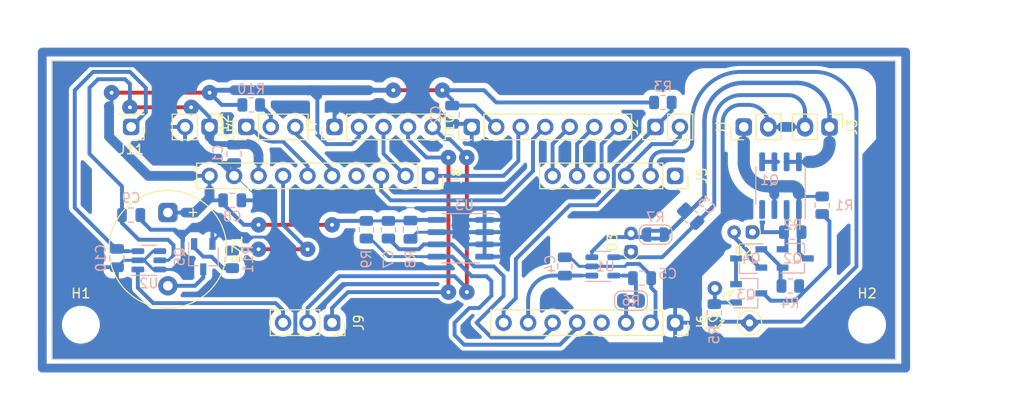
<source format=kicad_pcb>
(kicad_pcb (version 20221018) (generator pcbnew)
  (layers (0 "F.Cu" signal) (1 "In1.Cu" signal) (2 "In2.Cu" signal) (31 "B.Cu" signal) (34 "B.Paste" user) (35 "F.Paste" user) (36 "B.SilkS" user "B.Silkscreen") (37 "F.SilkS" user "F.Silkscreen") (38 "B.Mask" user) (39 "F.Mask" user) (44 "Edge.Cuts" user))
  (net 0 "")
  (net 1 "+3V3")
  (net 2 "Net-(BZ1-+)")
  (net 3 "Net-(D1-A)")
  (net 4 "GND")
  (net 5 "+5V")
  (net 6 "ADC_TC")
  (net 7 "Net-(U1-V+)")
  (net 8 "Net-(D2-A)")
  (net 9 "_{_RST}")
  (net 10 "SOLDERING_PWM")
  (net 11 "LCD_SCL")
  (net 12 "Net-(J11-Pin_1)")
  (net 13 "LCD_SDA")
  (net 14 "BUZZER")
  (net 16 "EEP_SDA")
  (net 17 "EEP_SCL")
  (net 18 "LCD-RES")
  (net 19 "LCD_DC")
  (net 20 "LED_GREEN")
  (net 21 "LCD_CS")
  (net 22 "LED_RED")
  (net 23 "ADC_Thermistor")
  (net 24 "ENC_A")
  (net 25 "ENC_B")
  (net 27 "TERMOCOUPLE+")
  (net 28 "+24V")
  (net 29 "Net-(J12-A)")
  (net 30 "Net-(D3-A)")
  (net 31 "/mosfet_base")
  (net 33 "unconnected-(Q1A-D1-Pad5)")
  (net 34 "Net-(Q2-B)")
  (net 35 "Net-(Q3-C)")
  (net 36 "Net-(Q5-B)")
  (net 37 "EXTI")
  (net 38 "ENC_SW")
  (net 39 "TOUCH_BUTTON")
  (footprint "Connector_PinHeader_2.54mm:PinHeader_1x01_P2.54mm_Vertical" (layer "F.Cu") (at 108.712 77.47 180)
    (fp_text reference "J11")
    (fp_text value "Conn_01x01_Male")
  )
  (footprint "Connector_PinHeader_2.54mm:PinHeader_1x07_P2.54mm_Vertical" (layer "F.Cu") (at 144.018 77.47 90)
    (fp_text reference "J10")
    (fp_text value "Conn_LCD")
  )
  (footprint "Connector_PinHeader_2.54mm:PinHeader_1x02_P2.54mm_Vertical" (layer "F.Cu") (at 116.84 77.47 -90)
    (fp_text reference "J4")
    (fp_text value "5V_in")
  )
  (footprint "MountingHole:MountingHole_2.7mm_M2.5_ISO14580" (layer "F.Cu") (at 185 98)
    (fp_text reference "H2")
    (fp_text value "MountingHole")
  )
  (footprint "!RLCd:D_Axial_P1.90mm_Vertical" (layer "F.Cu") (at 173.117 88.392 180)
    (fp_text reference "D2")
    (fp_text value "~")
  )
  (footprint "Connector_PinHeader_2.54mm:PinHeader_1x05_P2.54mm_Vertical" (layer "F.Cu") (at 129.794 77.47 90)
    (fp_text reference "J7")
    (fp_text value "Encoder")
  )
  (footprint "Connector_PinHeader_2.54mm:PinHeader_1x02_P2.54mm_Vertical" (layer "F.Cu") (at 181.107 77.47 -90)
    (fp_text reference "J3")
    (fp_text value "Soldering Iron")
  )
  (footprint "Connector_PinSocket_2.54mm:PinSocket_1x08_P2.54mm_Vertical" (layer "F.Cu") (at 165.1 97.79 -90)
    (fp_text reference "J6")
    (fp_text value "Conn_01x08_Socket")
  )
  (footprint "Connector_PinSocket_2.54mm:PinSocket_1x06_P2.54mm_Vertical" (layer "F.Cu") (at 165.1 82.55 -90)
    (fp_text reference "J5")
    (fp_text value "Conn_01x06_Socket")
  )
  (footprint "Diode_THT:D_DO-34_SOD68_P5.08mm_Vertical_AnodeUp" (layer "F.Cu") (at 172.813729 97.813729 135)
    (fp_text reference "D1")
    (fp_text value "1N60P")
  )
  (footprint "Connector_PinSocket_2.54mm:PinSocket_1x10_P2.54mm_Vertical" (layer "F.Cu") (at 139.7 82.55 -90)
    (fp_text reference "J8")
    (fp_text value "Conn_01x10_Socket")
  )
  (footprint "Connector_PinHeader_2.54mm:PinHeader_1x02_P2.54mm_Vertical" (layer "F.Cu") (at 172.215145 77.47 90)
    (fp_text reference "J1")
    (fp_text value "24V_in")
  )
  (footprint "Connector_PinSocket_2.54mm:PinSocket_1x03_P2.54mm_Vertical" (layer "F.Cu") (at 129.54 97.79 -90)
    (fp_text reference "J9")
    (fp_text value "Conn_01x03_Socket")
  )
  (footprint "Connector_PinHeader_2.54mm:PinHeader_1x02_P2.54mm_Vertical" (layer "F.Cu") (at 163.063 77.47 90)
    (fp_text reference "J2")
    (fp_text value "~")
  )
  (footprint "!RLCd:D_Axial_P1.90mm_Vertical" (layer "F.Cu") (at 160.528 90.424 90)
    (fp_text reference "D3")
    (fp_text value "~")
  )
  (footprint "MountingHole:MountingHole_2.7mm_M2.5_ISO14580" (layer "F.Cu") (at 103.5 98)
    (fp_text reference "H1")
    (fp_text value "MountingHole")
  )
  (footprint "Connector_PinHeader_2.54mm:PinHeader_1x03_P2.54mm_Vertical" (layer "F.Cu") (at 120.65 77.47 90)
    (fp_text reference "J12")
    (fp_text value "LED_Dual_AAC")
  )
  (footprint "Buzzer_Beeper:Buzzer_12x9.5RM7.6" (layer "F.Cu") (at 112.522 86.36 -90)
    (fp_text reference "BZ1")
    (fp_text value "Buzzer")
  )
  (footprint "Capacitor_SMD:C_0805_2012Metric" (layer "B.Cu") (at 107.2395 91.081 -90)
    (fp_text reference "C10")
    (fp_text value "22nF")
  )
  (footprint "Resistor_SMD:R_0805_2012Metric" (layer "B.Cu") (at 177.041145 93.98 180)
    (fp_text reference "R4")
    (fp_text value "1K")
  )
  (footprint "Package_TO_SOT_SMD:TSOT-23" (layer "B.Cu") (at 172.723145 91.12 180)
    (fp_text reference "Q4")
    (fp_text value "BC807")
  )
  (footprint "Capacitor_SMD:C_0805_2012Metric" (layer "B.Cu") (at 119.38 80.264 -90)
    (fp_text reference "C1")
    (fp_text value "1uF")
  )
  (footprint "Package_SO:SOIC-8_3.9x4.9mm_P1.27mm" (layer "B.Cu") (at 142.875 89.027 180)
    (fp_text reference "U3")
    (fp_text value "AT24C**")
  )
  (footprint "Resistor_SMD:R_0805_2012Metric" (layer "B.Cu") (at 135.382 88.138 90)
    (fp_text reference "R8")
    (fp_text value "4k7")
  )
  (footprint "!Jumpers-SMD:SolderJumper-2_P1.9mm_Closed" (layer "B.Cu") (at 163.068 88.646 180)
    (fp_text reference "R7")
    (fp_text value "~")
  )
  (footprint "Capacitor_SMD:C_0805_2012Metric" (layer "B.Cu") (at 141.986 76.2 -90)
    (fp_text reference "C2")
    (fp_text value "100nF")
  )
  (footprint "Resistor_SMD:R_0805_2012Metric" (layer "B.Cu") (at 133.096 88.138 90)
    (fp_text reference "R9")
    (fp_text value "4k7")
  )
  (footprint "Capacitor_SMD:C_0805_2012Metric" (layer "B.Cu") (at 153.67 91.948 90)
    (fp_text reference "C4")
    (fp_text value "~")
  )
  (footprint "Capacitor_SMD:C_0805_2012Metric" (layer "B.Cu") (at 161.671 93.1672)
    (fp_text reference "C5")
    (fp_text value "100nF")
  )
  (footprint "Resistor_SMD:R_0805_2012Metric" (layer "B.Cu") (at 169.164 96.774 90)
    (fp_text reference "R5")
    (fp_text value "10K")
  )
  (footprint "Package_SO:SOIC-8_3.9x4.9mm_P1.27mm" (layer "B.Cu") (at 176.025145 83.566 90)
    (fp_text reference "Q1")
    (fp_text value "AO4807")
  )
  (footprint "Capacitor_SMD:C_0805_2012Metric" (layer "B.Cu") (at 166.716307 86.739677 -45)
    (fp_text reference "C3")
    (fp_text value "10nF")
  )
  (footprint "Resistor_SMD:R_0805_2012Metric" (layer "B.Cu") (at 180.343145 85.598 90)
    (fp_text reference "R1")
    (fp_text value "4K7")
  )
  (footprint "Resistor_SMD:R_0805_2012Metric" (layer "B.Cu") (at 163.83 74.93 180)
    (fp_text reference "R3")
    (fp_text value "~")
  )
  (footprint "Capacitor_SMD:C_0805_2012Metric" (layer "B.Cu") (at 119.192 85.09)
    (fp_text reference "C8")
    (fp_text value "100n-1uF")
  )
  (footprint "!Jumpers-SMD:SolderJumper-2_P1.9mm_Closed" (layer "B.Cu") (at 160.528 95.504 180)
    (fp_text reference "R6")
    (fp_text value "~")
  )
  (footprint "Capacitor_SMD:C_0805_2012Metric" (layer "B.Cu") (at 137.668 88.138 -90)
    (fp_text reference "C7")
    (fp_text value "100nF")
  )
  (footprint "Package_TO_SOT_SMD:TSOT-23" (layer "B.Cu") (at 177.549145 91.12)
    (fp_text reference "Q2")
    (fp_text value "MMBT3904")
  )
  (footprint "Package_TO_SOT_SMD:TSOT-23" (layer "B.Cu") (at 116.18825 90.932 -90)
    (fp_text reference "Q5")
    (fp_text value "MMBT3904")
  )
  (footprint "Resistor_SMD:R_0805_2012Metric" (layer "B.Cu") (at 121.158 75.184 180)
    (fp_text reference "R10")
    (fp_text value "330R")
  )
  (footprint "Resistor_SMD:R_0805_2012Metric" (layer "B.Cu") (at 177.292 88.392)
    (fp_text reference "R2")
    (fp_text value "3K3")
  )
  (footprint "Package_TO_SOT_SMD:SOT-23-6" (layer "B.Cu") (at 110.5455 91.313)
    (fp_text reference "U2")
    (fp_text value "TTP223")
  )
  (footprint "Resistor_SMD:R_0805_2012Metric" (layer "B.Cu") (at 119.19425 91.214 90)
    (fp_text reference "R11")
    (fp_text value "1k")
  )
  (footprint "Package_TO_SOT_SMD:SOT-23-5" (layer "B.Cu") (at 157.607 91.948)
    (fp_text reference "U1")
    (fp_text value "INA180A4")
  )
  (footprint "Capacitor_SMD:C_0805_2012Metric" (layer "B.Cu") (at 108.712 86.614)
    (fp_text reference "C9")
    (fp_text value "100nF")
  )
  (footprint "Package_TO_SOT_SMD:TSOT-23" (layer "B.Cu") (at 172.723145 94.742)
    (fp_text reference "Q3")
    (fp_text value "MMBT3904")
  )
  (gr_rect (start 99.5 69.7) (end 189 102.5) (stroke (width 0.9144)) (fill none) (layer "B.Cu"))
  (gr_rect (start 173.967745 87.2744) (end 174.323345 87.4776) (stroke (width 0.2)) (fill none) (layer "B.Cu"))
  (gr_rect (start 100.5 70.6) (end 187.96 101.6) (stroke (width 0.15)) (fill none) (layer "Edge.Cuts"))
  (via (at 185.039 98.044) (size 0.8) (drill 0.4) (layers "F.Cu" "B.Cu") (net 0))
  (segment (start 140.97 73.66) (end 135.89 73.66) (width 0.4064) (layer "F.Cu") (net 1))
  (segment (start 116.84 73.914) (end 106.68 73.914) (width 0.4064) (layer "F.Cu") (net 1))
  (segment (start 121.92 87.63) (end 129.54 87.63) (width 0.4064) (layer "F.Cu") (net 1))
  (via (at 121.92 87.63) (size 1.6) (drill 0.4) (layers "F.Cu" "B.Cu") (net 1))
  (via (at 129.54 87.63) (size 1.6) (drill 0.4) (layers "F.Cu" "B.Cu") (net 1))
  (via (at 140.97 73.66) (size 1.6) (drill 0.4) (layers "F.Cu" "B.Cu") (net 1))
  (via (at 116.84 73.914) (size 1.6) (drill 0.4) (layers "F.Cu" "B.Cu") (net 1))
  (via (at 106.68 73.914) (size 1.6) (drill 0.4) (layers "F.Cu" "B.Cu") (net 1))
  (via (at 135.89 73.66) (size 1.6) (drill 0.4) (layers "F.Cu" "B.Cu") (net 1))
  (segment (start 127.508 73.66) (end 128.016 74.168) (width 1.016) (layer "B.Cu") (net 1))
  (segment (start 140.97 73.66) (end 145.288 73.66) (width 0.4064) (layer "B.Cu") (net 1))
  (segment (start 117.094 85.09) (end 116.84 84.836) (width 0.4064) (layer "B.Cu") (net 1))
  (segment (start 160.02 95.504) (end 159.578 95.504) (width 0.4064) (layer "B.Cu") (net 1))
  (segment (start 114.3 86.36) (end 115.316 86.36) (width 1.016) (layer "B.Cu") (net 1))
  (segment (start 132.334 77.47) (end 132.334 78.486) (width 0.4064) (layer "B.Cu") (net 1))
  (segment (start 120.396 87.63) (end 121.92 87.63) (width 0.4064) (layer "B.Cu") (net 1))
  (segment (start 116.84 84.836) (end 116.84 84.074) (width 1.016) (layer "B.Cu") (net 1))
  (segment (start 145.288 73.66) (end 146.558 74.93) (width 0.4064) (layer "B.Cu") (net 1))
  (segment (start 132.334 78.486) (end 131.572 79.248) (width 0.4064) (layer "B.Cu") (net 1))
  (segment (start 128.016 78.2828) (end 128.016 74.168) (width 0.4064) (layer "B.Cu") (net 1))
  (segment (start 106.398942 75.327132) (end 106.426 75.35419) (width 1.016) (layer "B.Cu") (net 1))
  (segment (start 129.9445 87.2255) (end 133.096 87.2255) (width 0.4064) (layer "B.Cu") (net 1))
  (segment (start 128.9812 79.248) (end 128.016 78.2828) (width 0.4064) (layer "B.Cu") (net 1))
  (segment (start 116.84 73.914) (end 118.11 75.184) (width 0.4064) (layer "B.Cu") (net 1))
  (segment (start 106.426 78.486) (end 110.49 82.55) (width 1.016) (layer "B.Cu") (net 1))
  (segment (start 112.6 86.36) (end 114.3 86.36) (width 0.4064) (layer "B.Cu") (net 1))
  (segment (start 135.89 73.66) (end 133.35 73.66) (width 0.508) (layer "B.Cu") (net 1))
  (segment (start 119.38 73.66) (end 127 73.66) (width 1.016) (layer "B.Cu") (net 1))
  (segment (start 116.84 82.55) (end 115.062 82.55) (width 0.4064) (layer "B.Cu") (net 1))
  (segment (start 135.382 87.2255) (end 137.6305 87.2255) (width 0.3048) (layer "B.Cu") (net 1))
  (segment (start 110.49 82.55) (end 115.062 82.55) (width 1.016) (layer "B.Cu") (net 1))
  (segment (start 116.84 82.55) (end 116.84 84.074) (width 0.4064) (layer "B.Cu") (net 1))
  (segment (start 118.242 85.09) (end 117.094 85.09) (width 0.4064) (layer "B.Cu") (net 1))
  (segment (start 119.38 73.66) (end 117.094 73.66) (width 0.508) (layer "B.Cu") (net 1))
  (segment (start 141.986 75.25) (end 144.333 75.25) (width 0.4064) (layer "B.Cu") (net 1))
  (segment (start 137.734 87.122) (end 137.668 87.188) (width 0.4064) (layer "B.Cu") (net 1))
  (segment (start 141.986 74.676) (end 141.986 75.25) (width 0.4064) (layer "B.Cu") (net 1))
  (segment (start 127 73.66) (end 127.508 73.66) (width 1.016) (layer "B.Cu") (net 1))
  (segment (start 146.558 74.93) (end 162.9175 74.93) (width 0.4064) (layer "B.Cu") (net 1))
  (segment (start 129.54 87.63) (end 129.9445 87.2255) (width 0.4064) (layer "B.Cu") (net 1))
  (segment (start 115.316 86.36) (end 116.84 84.836) (width 1.016) (layer "B.Cu") (net 1))
  (segment (start 118.242 85.476) (end 120.396 87.63) (width 0.4064) (layer "B.Cu") (net 1))
  (segment (start 106.426 75.35419) (end 106.426 78.486) (width 1.016) (layer "B.Cu") (net 1))
  (segment (start 127 73.66) (end 133.35 73.66) (width 1.016) (layer "B.Cu") (net 1))
  (segment (start 106.398942 75.327132) (end 106.68 75.046074) (width 0.4064) (layer "B.Cu") (net 1))
  (segment (start 137.6305 87.2255) (end 137.668 87.188) (width 0.3048) (layer "B.Cu") (net 1))
  (segment (start 160.02 97.79) (end 160.02 95.504) (width 0.4064) (layer "B.Cu") (net 1))
  (segment (start 133.096 87.2255) (end 135.382 87.2255) (width 0.3048) (layer "B.Cu") (net 1))
  (segment (start 140.97 73.66) (end 141.986 74.676) (width 0.4064) (layer "B.Cu") (net 1))
  (segment (start 106.68 75.046074) (end 106.68 73.66) (width 0.4064) (layer "B.Cu") (net 1))
  (segment (start 118.11 75.184) (end 120.2455 75.184) (width 0.4064) (layer "B.Cu") (net 1))
  (segment (start 118.242 85.09) (end 118.242 85.476) (width 0.4064) (layer "B.Cu") (net 1))
  (segment (start 140.4 87.122) (end 137.734 87.122) (width 0.4064) (layer "B.Cu") (net 1))
  (segment (start 144.333 75.25) (end 146.553 77.47) (width 0.4064) (layer "B.Cu") (net 1))
  (segment (start 128.016 74.168) (end 128.016 73.66) (width 0.4064) (layer "B.Cu") (net 1))
  (segment (start 131.572 79.248) (end 128.9812 79.248) (width 0.4064) (layer "B.Cu") (net 1))
  (segment (start 117.094 73.66) (end 116.84 73.914) (width 0.508) (layer "B.Cu") (net 1))
  (segment (start 116.18825 92.242) (end 116.18825 93.10775) (width 0.4064) (layer "B.Cu") (net 2))
  (segment (start 115.336 93.96) (end 112.522 93.96) (width 0.4064) (layer "B.Cu") (net 2))
  (segment (start 116.18825 93.10775) (end 115.336 93.96) (width 0.4064) (layer "B.Cu") (net 2))
  (segment (start 169.221627 94.221627) (end 169.221627 95.803873) (width 0.4064) (layer "B.Cu") (net 3))
  (segment (start 169.3335 95.692) (end 169.164 95.8615) (width 0.4064) (layer "B.Cu") (net 3))
  (segment (start 169.221627 95.803873) (end 169.164 95.8615) (width 0.3048) (layer "B.Cu") (net 3))
  (segment (start 171.413145 95.692) (end 169.3335 95.692) (width 0.4064) (layer "B.Cu") (net 3))
  (segment (start 176.612218 77.47) (end 176.174045 77.47) (width 1.016) (layer "B.Cu") (net 4))
  (segment (start 111.683 90.363) (end 110.993 90.363) (width 0.3048) (layer "B.Cu") (net 4))
  (segment (start 163.764 90.998) (end 158.7445 90.998) (width 0.4064) (layer "B.Cu") (net 4))
  (segment (start 187.198 73.152) (end 185.039 70.993) (width 0.0762) (layer "B.Cu") (net 4))
  (segment (start 119.507 82.55) (end 123.19 86.233) (width 0.0762) (layer "B.Cu") (net 4))
  (segment (start 123.444 86.487) (end 123.444 88.646) (width 0.3048) (layer "B.Cu") (net 4))
  (segment (start 109.662 86.614) (end 109.662 87.056) (width 0.4064) (layer "B.Cu") (net 4))
  (segment (start 113.157 80.645) (end 111.506 78.994) (width 1.016) (layer "B.Cu") (net 4))
  (segment (start 110.048 91.313) (end 110.043 91.313) (width 0.3048) (layer "B.Cu") (net 4))
  (segment (start 140.339 88.453) (end 140.4 88.392) (width 0.3048) (layer "B.Cu") (net 4))
  (segment (start 125.476 92.456) (end 123.19 90.17) (width 0.0762) (layer "B.Cu") (net 4))
  (segment (start 109.408 91.313) (end 110.043 91.313) (width 0.3048) (layer "B.Cu") (net 4))
  (segment (start 163.068 97.282) (end 162.56 97.79) (width 0.4064) (layer "B.Cu") (net 4))
  (segment (start 163.068 101.092) (end 163.576 100.584) (width 0.8128) (layer "B.Cu") (net 4))
  (segment (start 145.288 85.852) (end 145.35 85.914) (width 0.0762) (layer "B.Cu") (net 4))
  (segment (start 141.92 77.15) (end 143.693 77.15) (width 0.4064) (layer "B.Cu") (net 4))
  (segment (start 159.893 91.948) (end 160.147 91.694) (width 0.3048) (layer "B.Cu") (net 4))
  (segment (start 129.794 77.47) (end 129.794 76.2) (width 0.4064) (layer "B.Cu") (net 4))
  (segment (start 129.286 91.44) (end 129.286 89.916) (width 0.0762) (layer "B.Cu") (net 4))
  (segment (start 119.38 82.55) (end 119.38 81.214) (width 0.3048) (layer "B.Cu") (net 4))
  (segment (start 165.1 91.44) (end 170.0276 86.5124) (width 0.4064) (layer "B.Cu") (net 4))
  (segment (start 141.605 100.838) (end 140.589 99.822) (width 0.0762) (layer "B.Cu") (net 4))
  (segment (start 111.506 78.994) (end 111.506 74.93) (width 1.016) (layer "B.Cu") (net 4))
  (segment (start 117.602 80.772) (end 119.38 82.55) (width 0.508) (layer "B.Cu") (net 4))
  (segment (start 138.43 73.66) (end 139.192 74.422) (width 0.4064) (layer "B.Cu") (net 4))
  (segment (start 111.506 74.93) (end 115.062 71.374) (width 1.016) (layer "B.Cu") (net 4))
  (segment (start 118.11 88.9) (end 123.19 88.9) (width 0.3048) (layer "B.Cu") (net 4))
  (segment (start 165.1 97.79) (end 165.1 98.806) (width 0.0762) (layer "B.Cu") (net 4))
  (segment (start 171.874835 75.184) (end 172.72 75.184) (width 0.4064) (layer "B.Cu") (net 4))
  (segment (start 113.284 88.138) (end 114.046 88.9) (width 0.4064) (layer "B.Cu") (net 4))
  (segment (start 155.17242 91.941468) (end 158.59592 91.941468) (width 0.3048) (layer "B.Cu") (net 4))
  (segment (start 163.764 90.998) (end 167.28878 87.47322) (width 0.4064) (layer "B.Cu") (net 4))
  (segment (start 137.795 70.993) (end 137.414 71.374) (width 0.0762) (layer "B.Cu") (net 4))
  (segment (start 111.683 92.263) (end 110.998 92.263) (width 0.3048) (layer "B.Cu") (net 4))
  (segment (start 140.589 99.822) (end 125.73 99.822) (width 0.0762) (layer "B.Cu") (net 4))
  (segment (start 111.683 92.263) (end 113.03 92.263) (width 0.3048) (layer "B.Cu") (net 4))
  (segment (start 171.413145 91.12) (end 171.413145 93.853) (width 0) (layer "B.Cu") (net 4))
  (segment (start 125.73 92.456) (end 128.27 92.456) (width 0.0762) (layer "B.Cu") (net 4))
  (segment (start 138.364 88.392) (end 140.4 88.392) (width 0.3048) (layer "B.Cu") (net 4))
  (segment (start 130.556 75.438) (end 138.176 75.438) (width 0.4064) (layer "B.Cu") (net 4))
  (segment (start 117.856 88.646) (end 117.13825 89.36375) (width 0.3048) (layer "B.Cu") (net 4))
  (segment (start 117.856 88.646) (end 118.11 88.9) (width 0.3048) (layer "B.Cu") (net 4))
  (segment (start 165.1 100.076) (end 165.1 99.06) (width 0.0762) (layer "B.Cu") (net 4))
  (segment (start 110.998 92.263) (end 110.048 91.313) (width 0.3048) (layer "B.Cu") (net 4))
  (segment (start 178.567 75.905876) (end 178.567 77.47) (width 0.4064) (layer "B.Cu") (net 4))
  (segment (start 164.592 100.584) (end 165.1 100.076) (width 0.0762) (layer "B.Cu") (net 4))
  (segment (start 117.602 80.645) (end 113.157 80.645) (width 0.4064) (layer "B.Cu") (net 4))
  (segment (start 162.621 94.168) (end 163.068 94.615) (width 0.4064) (layer "B.Cu") (net 4))
  (segment (start 140.4 88.392) (end 145.35 88.392) (width 0.3048) (layer "B.Cu") (net 4))
  (segment (start 170.0276 86.5124) (end 170.0276 77.031235) (width 0.4064) (layer "B.Cu") (net 4))
  (segment (start 164.084 100.076) (end 178.636 100.076) (width 0.0762) (layer "B.Cu") (net 4))
  (segment (start 187.198 91.514) (end 187.198 73.152) (width 0.0762) (layer "B.Cu") (net 4))
  (segment (start 138.176 75.438) (end 139.192 74.422) (width 0.4064) (layer "B.Cu") (net 4))
  (segment (start 178.636 100.076) (end 187.198 91.514) (width 0.0762) (layer "B.Cu") (net 4))
  (segment (start 127.762 86.614) (end 128.524 85.852) (width 0.0762) (layer "B.Cu") (net 4))
  (segment (start 169.159 85.603) (end 167.259 87.503) (width 0.4064) (layer "B.Cu") (net 4))
  (segment (start 114.046 91.247) (end 113.03 92.263) (width 0.4064) (layer "B.Cu") (net 4))
  (segment (start 117.348 88.138) (end 114.808 88.138) (width 0.4064) (layer "B.Cu") (net 4))
  (segment (start 162.621 93.1672) (end 162.621 94.168) (width 0.4064) (layer "B.Cu") (net 4))
  (segment (start 174.755145 77.219145) (end 174.755145 77.47) (width 0.4064) (layer "B.Cu") (net 4))
  (segment (start 137.414 71.374) (end 138.43 72.39) (width 0.4064) (layer "B.Cu") (net 4))
  (segment (start 107.9575 91.313) (end 109.408 91.313) (width 0.3048) (layer "B.Cu") (net 4))
  (segment (start 160.147 91.694) (end 161.3916 91.694) (width 0.4064) (layer "B.Cu") (net 4))
  (segment (start 178.565145 75.904021) (end 178.567 75.905876) (width 0.4064) (layer "B.Cu") (net 4))
  (segment (start 161.3916 91.694) (end 162.621 92.9234) (width 0.4064) (layer "B.Cu") (net 4))
  (segment (start 115.062 71.374) (end 137.414 71.374) (width 1.016) (layer "B.Cu") (net 4))
  (segment (start 117.13825 89.36375) (end 117.13825 89.622) (width 0.3048) (layer "B.Cu") (net 4))
  (segment (start 185.039 70.993) (end 137.795 70.993) (width 0.0762) (layer "B.Cu") (net 4))
  (segment (start 176.174045 77.47) (end 174.755145 77.47) (width 0.4064) (layer "B.Cu") (net 4))
  (segment (start 114.808 88.138) (end 114.046 88.9) (width 0.4064) (layer "B.Cu") (net 4))
  (segment (start 165.1 91.44) (end 165.1 97.79) (width 0.3048) (layer "B.Cu") (net 4))
  (segment (start 128.524 85.852) (end 145.288 85.852) (width 0.0762) (layer "B.Cu") (net 4))
  (segment (start 156.4695 91.948) (end 159.893 91.948) (width 0.3048) (layer "B.Cu") (net 4))
  (segment (start 125.73 92.456) (end 125.476 92.456) (width 0.0762) (layer "B.Cu") (net 4))
  (segment (start 123.444 88.646) (end 123.19 88.9) (width 0.3048) (layer "B.Cu") (net 4))
  (segment (start 145.35 89.662) (end 145.35 88.392) (width 0.3048) (layer "B.Cu") (net 4))
  (segment (start 123.19 90.17) (end 123.19 88.9) (width 0.0762) (layer "B.Cu") (net 4))
  (segment (start 169.159 85.603) (end 169.159 76.954527) (width 0.4064) (layer "B.Cu") (net 4))
  (segment (start 154.139029 90.925468) (end 155.155029 91.941468) (width 0.3048) (layer "B.Cu") (net 4))
  (segment (start 110.043 91.313) (end 110.993 90.363) (width 0.3048) (layer "B.Cu") (net 4))
  (segment (start 141.605 100.838) (end 141.859 101.092) (width 0.8128) (layer "B.Cu") (net 4))
  (segment (start 162.621 92.9234) (end 162.621 93.1672) (width 0.4064) (layer "B.Cu") (net 4))
  (segment (start 163.068 94.615) (end 163.068 97.282) (width 0.4064) (layer "B.Cu") (net 4))
  (segment (start 145.35 90.932) (end 145.35 89.662) (width 0.3048) (layer "B.Cu") (net 4))
  (segment (start 165.1 99.06) (end 165.1 97.79) (width 0.3048) (layer "B.Cu") (net 4))
  (segment (start 145.35 85.914) (end 145.35 87.122) (width 0.0762) (layer "B.Cu") (net 4))
  (segment (start 103.378 71.12) (end 110.744 71.12) (width 0.3048) (layer "B.Cu") (net 4))
  (segment (start 123.19 86.233) (end 123.444 86.487) (width 0.3048) (layer "B.Cu") (net 4))
  (segment (start 125.73 99.822) (end 125.73 92.456) (width 0.4064) (layer "B.Cu") (net 4))
  (segment (start 117.856 88.646) (end 117.348 88.138) (width 0.4064) (layer "B.Cu") (net 4))
  (segment (start 163.576 100.584) (end 164.592 100.584) (width 0.0762) (layer "B.Cu") (net 4))
  (segment (start 129.794 76.2) (end 130.556 75.438) (width 0.4064) (layer "B.Cu") (net 4))
  (segment (start 163.576 100.584) (end 164.084 100.076) (width 0.0762) (layer "B.Cu") (net 4))
  (segment (start 110.744 88.138) (end 113.284 88.138) (width 0.4064) (layer "B.Cu") (net 4))
  (segment (start 177.131535 77.47) (end 178.565145 77.47) (width 0.3048) (layer "B.Cu") (net 4))
  (segment (start 137.668 89.088) (end 138.364 88.392) (width 0.3048) (layer "B.Cu") (net 4))
  (segment (start 171.413145 93.792) (end 171.413145 91.12) (width 0.4064) (layer "B.Cu") (net 4))
  (segment (start 138.43 72.39) (end 138.43 73.66) (width 0.4064) (layer "B.Cu") (net 4))
  (segment (start 129.286 89.916) (end 127.762 88.392) (width 0.0762) (layer "B.Cu") (net 4))
  (segment (start 176.612218 77.47) (end 177.131535 77.47) (width 1.016) (layer "B.Cu") (net 4))
  (segment (start 127.762 88.392) (end 127.762 86.614) (width 0.0762) (layer "B.Cu") (net 4))
  (segment (start 107.2395 92.031) (end 107.9575 91.313) (width 0.3048) (layer "B.Cu") (net 4))
  (segment (start 141.859 101.092) (end 163.068 101.092) (width 0.8128) (layer "B.Cu") (net 4))
  (segment (start 117.602 80.645) (end 117.602 80.772) (width 0.508) (layer "B.Cu") (net 4))
  (segment (start 119.38 82.55) (end 119.507 82.55) (width 0.0762) (layer "B.Cu") (net 4))
  (segment (start 109.662 87.056) (end 110.744 88.138) (width 0.4064) (layer "B.Cu") (net 4))
  (segment (start 176.829124 74.168) (end 171.945527 74.168) (width 0.4064) (layer "B.Cu") (net 4))
  (segment (start 139.192 74.422) (end 141.92 77.15) (width 0.4064) (layer "B.Cu") (net 4))
  (segment (start 128.27 92.456) (end 129.286 91.44) (width 0.0762) (layer "B.Cu") (net 4))
  (segment (start 145.35 87.122) (end 145.35 88.392) (width 0.3048) (layer "B.Cu") (net 4))
  (segment (start 143.693 77.15) (end 144.013 77.47) (width 0.4064) (layer "B.Cu") (net 4))
  (segment (start 114.046 88.9) (end 114.046 91.247) (width 0.4064) (layer "B.Cu") (net 4))
  (arc (start 172.72 75.184) (mid 174.159065 75.78008) (end 174.755145 77.219145) (width 0.4064) (layer "B.Cu") (net 4))
  (arc (start 171.945527 74.168) (mid 169.975155 74.984155) (end 169.159 76.954527) (width 0.4064) (layer "B.Cu") (net 4))
  (arc (start 178.565145 75.904021) (mid 178.056676 74.676469) (end 176.829124 74.168) (width 0.4064) (layer "B.Cu") (net 4))
  (arc (start 170.0276 77.031235) (mid 170.568643 75.725043) (end 171.874835 75.184) (width 0.4064) (layer "B.Cu") (net 4))
  (segment (start 114.935 75.438) (end 108.585 75.438) (width 0.4064) (layer "F.Cu") (net 5))
  (via (at 114.935 75.438) (size 1.6) (drill 0.4) (layers "F.Cu" "B.Cu") (net 5))
  (via (at 108.585 75.438) (size 1.6) (drill 0.4) (layers "F.Cu" "B.Cu") (net 5))
  (segment (start 107.762 86.614) (end 107.762 83.632) (width 0.4064) (layer "B.Cu") (net 5))
  (segment (start 121.92 80.518) (end 121.92 82.55) (width 0.4064) (layer "B.Cu") (net 5))
  (segment (start 120.142 79.248) (end 120.143174 79.249174) (width 1.016) (layer "B.Cu") (net 5))
  (segment (start 115.316 74.93) (end 114.935 74.93) (width 0.4064) (layer "B.Cu") (net 5))
  (segment (start 112.5474 89.1794) (end 109.4994 89.1794) (width 0.4064) (layer "B.Cu") (net 5))
  (segment (start 116.84 77.47) (end 116.84 76.454) (width 0.4064) (layer "B.Cu") (net 5))
  (segment (start 113.1062 90.7796) (end 113.1062 89.7382) (width 0.4064) (layer "B.Cu") (net 5))
  (segment (start 116.84 78.486) (end 116.84 77.47) (width 1.016) (layer "B.Cu") (net 5))
  (segment (start 121.92 80.518) (end 121.92 81.026) (width 1.016) (layer "B.Cu") (net 5))
  (segment (start 105.283 72.517) (end 108.077 72.517) (width 0.4064) (layer "B.Cu") (net 5))
  (segment (start 112.5728 91.313) (end 111.683 91.313) (width 0.3048) (layer "B.Cu") (net 5))
  (segment (start 113.1062 89.7382) (end 112.5474 89.1794) (width 0.4064) (layer "B.Cu") (net 5))
  (segment (start 108.585 73.025) (end 108.585 74.93) (width 0.4064) (layer "B.Cu") (net 5))
  (segment (start 120.140899 79.246899) (end 117.527058 79.246899) (width 0.6096) (layer "B.Cu") (net 5))
  (segment (start 116.078 75.692) (end 115.316 74.93) (width 0.4064) (layer "B.Cu") (net 5))
  (segment (start 113.03 90.8558) (end 113.1062 90.7796) (width 0.4064) (layer "B.Cu") (net 5))
  (segment (start 107.762 83.632) (end 104.394 80.264) (width 0.4064) (layer "B.Cu") (net 5))
  (segment (start 104.394 73.406) (end 105.283 72.517) (width 0.4064) (layer "B.Cu") (net 5))
  (segment (start 113.03 90.8558) (end 112.5728 91.313) (width 0.3048) (layer "B.Cu") (net 5))
  (segment (start 120.143174 79.249174) (end 120.749859 79.249174) (width 1.016) (layer "B.Cu") (net 5))
  (segment (start 120.142 79.248) (end 120.140899 79.246899) (width 0.6096) (layer "B.Cu") (net 5))
  (segment (start 109.4994 89.1794) (end 107.762 87.442) (width 0.4064) (layer "B.Cu") (net 5))
  (segment (start 104.394 80.264) (end 104.394 73.406) (width 0.4064) (layer "B.Cu") (net 5))
  (segment (start 108.077 72.517) (end 108.585 73.025) (width 0.4064) (layer "B.Cu") (net 5))
  (segment (start 116.84 76.454) (end 116.078 75.692) (width 0.4064) (layer "B.Cu") (net 5))
  (segment (start 107.762 87.442) (end 107.762 86.614) (width 0.4064) (layer "B.Cu") (net 5))
  (arc (start 117.527058 79.246899) (mid 117.037395 78.997728) (end 116.84 78.486) (width 0.6096) (layer "B.Cu") (net 5))
  (arc (start 120.749859 79.249174) (mid 121.58259 79.655923) (end 121.92 80.518) (width 1.016) (layer "B.Cu") (net 5))
  (segment (start 152.466 92.898) (end 155.448 92.898) (width 0.4064) (layer "B.Cu") (net 6))
  (segment (start 156.4695 92.898) (end 155.448 92.898) (width 0.3048) (layer "B.Cu") (net 6))
  (segment (start 149.86 95.504) (end 149.86 97.79) (width 0.4064) (layer "B.Cu") (net 6))
  (arc (start 152.466 92.898) (mid 150.62328 93.66128) (end 149.86 95.504) (width 0.4064) (layer "B.Cu") (net 6))
  (segment (start 161.036 93.4822) (end 160.721 93.1672) (width 0.4064) (layer "B.Cu") (net 7))
  (segment (start 160.721 93.1672) (end 160.4518 92.898) (width 0.4064) (layer "B.Cu") (net 7))
  (segment (start 161.478 95.504) (end 161.036 95.504) (width 0.4064) (layer "B.Cu") (net 7))
  (segment (start 158.7445 92.898) (end 159.639 92.898) (width 0.3048) (layer "B.Cu") (net 7))
  (segment (start 161.036 95.504) (end 161.036 93.4822) (width 0.4064) (layer "B.Cu") (net 7))
  (segment (start 160.4518 92.898) (end 159.639 92.898) (width 0.4064) (layer "B.Cu") (net 7))
  (segment (start 171.199145 88.9) (end 171.199145 88.392) (width 0.4064) (layer "B.Cu") (net 8))
  (segment (start 172.723145 90.932) (end 172.723145 90.424) (width 0.4064) (layer "B.Cu") (net 8))
  (segment (start 174.033145 92.07) (end 173.861145 92.07) (width 0.4064) (layer "B.Cu") (net 8))
  (segment (start 173.861145 92.07) (end 172.723145 90.932) (width 0.4064) (layer "B.Cu") (net 8))
  (segment (start 172.723145 90.424) (end 171.199145 88.9) (width 0.4064) (layer "B.Cu") (net 8))
  (segment (start 166.873 76.814257) (end 166.873 78.994) (width 0.4064) (layer "B.Cu") (net 10))
  (segment (start 169.164 97.6865) (end 178.1575 97.6865) (width 0.4064) (layer "B.Cu") (net 10))
  (segment (start 171.932257 71.755) (end 179.578 71.755) (width 0.4064) (layer "B.Cu") (net 10))
  (segment (start 162.56 81.258005) (end 162.56 82.55) (width 0.4064) (layer "B.Cu") (net 10))
  (segment (start 165.857 80.01) (end 163.808005 80.01) (width 0.4064) (layer "B.Cu") (net 10))
  (segment (start 183.896 76.073) (end 183.896 91.948) (width 0.4064) (layer "B.Cu") (net 10))
  (segment (start 178.1575 97.6865) (end 183.896 91.948) (width 0.4064) (layer "B.Cu") (net 10))
  (arc (start 166.873 78.994) (mid 166.57542 79.71242) (end 165.857 80.01) (width 0.4064) (layer "B.Cu") (net 10))
  (arc (start 163.808005 80.01) (mid 162.925532 80.375532) (end 162.56 81.258005) (width 0.4064) (layer "B.Cu") (net 10))
  (arc (start 171.932257 71.755) (mid 168.354822 73.236822) (end 166.873 76.814257) (width 0.4064) (layer "B.Cu") (net 10))
  (arc (start 183.896 76.073) (mid 182.631287 73.019713) (end 179.578 71.755) (width 0.4064) (layer "B.Cu") (net 10))
  (segment (start 148.844 81.026) (end 148.844 77.724) (width 0.4064) (layer "B.Cu") (net 11))
  (segment (start 147.32 82.55) (end 148.844 81.026) (width 0.4064) (layer "B.Cu") (net 11))
  (segment (start 148.844 77.724) (end 149.098 77.47) (width 0.4064) (layer "B.Cu") (net 11))
  (segment (start 139.7 82.55) (end 147.32 82.55) (width 0.4064) (layer "B.Cu") (net 11))
  (segment (start 109.408 90.363) (end 108.458 90.363) (width 0.3048) (layer "B.Cu") (net 12))
  (segment (start 107.4715 90.363) (end 108.458 90.363) (width 0.4064) (layer "B.Cu") (net 12))
  (segment (start 108.585 71.755) (end 110.236 73.406) (width 0.4064) (layer "B.Cu") (net 12))
  (segment (start 110.236 73.406) (end 110.236 75.946) (width 0.4064) (layer "B.Cu") (net 12))
  (segment (start 107.149 90.131) (end 102.87 85.852) (width 0.4064) (layer "B.Cu") (net 12))
  (segment (start 107.2395 90.131) (end 107.4715 90.363) (width 0.4064) (layer "B.Cu") (net 12))
  (segment (start 102.87 73.66) (end 104.775 71.755) (width 0.4064) (layer "B.Cu") (net 12))
  (segment (start 110.236 75.946) (end 108.712 77.47) (width 0.4064) (layer "B.Cu") (net 12))
  (segment (start 107.2395 90.131) (end 107.149 90.131) (width 0.4064) (layer "B.Cu") (net 12))
  (segment (start 102.87 85.852) (end 102.87 73.66) (width 0.4064) (layer "B.Cu") (net 12))
  (segment (start 104.775 71.755) (end 108.585 71.755) (width 0.4064) (layer "B.Cu") (net 12))
  (segment (start 135.636 85.09) (end 147.32 85.09) (width 0.4064) (layer "B.Cu") (net 13))
  (segment (start 134.62 82.55) (end 134.62 84.074) (width 0.4064) (layer "B.Cu") (net 13))
  (segment (start 134.62 84.074) (end 135.636 85.09) (width 0.4064) (layer "B.Cu") (net 13))
  (segment (start 150.368 78.735) (end 151.633 77.47) (width 0.4064) (layer "B.Cu") (net 13))
  (segment (start 150.368 82.042) (end 150.368 78.735) (width 0.4064) (layer "B.Cu") (net 13))
  (segment (start 147.32 85.09) (end 150.368 82.042) (width 0.4064) (layer "B.Cu") (net 13))
  (segment (start 127 90.17) (end 121.92 90.17) (width 0.4064) (layer "F.Cu") (net 14))
  (via (at 127 90.17) (size 1.6) (drill 0.4) (layers "F.Cu" "B.Cu") (net 14))
  (via (at 121.92 90.17) (size 1.6) (drill 0.4) (layers "F.Cu" "B.Cu") (net 14))
  (segment (start 121.92 90.17) (end 119.32575 90.17) (width 0.4064) (layer "B.Cu") (net 14))
  (segment (start 124.46 87.63) (end 124.46 82.55) (width 0.4064) (layer "B.Cu") (net 14))
  (segment (start 127 90.17) (end 124.46 87.63) (width 0.4064) (layer "B.Cu") (net 14))
  (segment (start 119.32575 90.17) (end 119.19425 90.3015) (width 0.4064) (layer "B.Cu") (net 14))
  (segment (start 154.94 97.79) (end 154.94 98.298) (width 0.4064) (layer "B.Cu") (net 16))
  (segment (start 143.764 96.266) (end 144.78 96.266) (width 0.4064) (layer "B.Cu") (net 16))
  (segment (start 142.24 97.79) (end 143.764 96.266) (width 0.4064) (layer "B.Cu") (net 16))
  (segment (start 141.986 90.932) (end 140.4 90.932) (width 0.4064) (layer "B.Cu") (net 16))
  (segment (start 146.05 94.996) (end 146.05 93.472) (width 0.4064) (layer "B.Cu") (net 16))
  (segment (start 142.24 99.0768) (end 142.24 97.79) (width 0.4064) (layer "B.Cu") (net 16))
  (segment (start 133.5005 89.0505) (end 135.382 90.932) (width 0.3048) (layer "B.Cu") (net 16))
  (segment (start 143.2392 100.076) (end 142.24 99.0768) (width 0.4064) (layer "B.Cu") (net 16))
  (segment (start 144.018 92.964) (end 141.986 90.932) (width 0.4064) (layer "B.Cu") (net 16))
  (segment (start 135.382 90.932) (end 140.4 90.932) (width 0.3048) (layer "B.Cu") (net 16))
  (segment (start 133.096 89.0505) (end 133.5005 89.0505) (width 0.3048) (layer "B.Cu") (net 16))
  (segment (start 145.542 92.964) (end 144.018 92.964) (width 0.4064) (layer "B.Cu") (net 16))
  (segment (start 146.05 93.472) (end 145.542 92.964) (width 0.4064) (layer "B.Cu") (net 16))
  (segment (start 144.78 96.266) (end 146.05 94.996) (width 0.4064) (layer "B.Cu") (net 16))
  (segment (start 154.94 98.298) (end 153.162 100.076) (width 0.4064) (layer "B.Cu") (net 16))
  (segment (start 153.162 100.076) (end 143.2392 100.076) (width 0.4064) (layer "B.Cu") (net 16))
  (segment (start 138.5335 90.17) (end 136.5015 90.17) (width 0.4064) (layer "B.Cu") (net 17))
  (segment (start 139.0415 89.662) (end 138.5335 90.17) (width 0.4064) (layer "B.Cu") (net 17))
  (segment (start 147.32 94.996) (end 147.32 92.964) (width 0.4064) (layer "B.Cu") (net 17))
  (segment (start 152.4 97.79) (end 152.4 98.298) (width 0.4064) (layer "B.Cu") (net 17))
  (segment (start 136.5015 90.17) (end 135.382 89.0505) (width 0.4064) (layer "B.Cu") (net 17))
  (segment (start 144.526 97.79) (end 147.32 94.996) (width 0.4064) (layer "B.Cu") (net 17))
  (segment (start 144.272 91.948) (end 141.986 89.662) (width 0.4064) (layer "B.Cu") (net 17))
  (segment (start 141.986 89.662) (end 140.4 89.662) (width 0.4064) (layer "B.Cu") (net 17))
  (segment (start 152.4 98.298) (end 151.384 99.314) (width 0.4064) (layer "B.Cu") (net 17))
  (segment (start 147.32 92.964) (end 146.304 91.948) (width 0.4064) (layer "B.Cu") (net 17))
  (segment (start 146.304 91.948) (end 144.272 91.948) (width 0.4064) (layer "B.Cu") (net 17))
  (segment (start 151.384 99.314) (end 146.05 99.314) (width 0.4064) (layer "B.Cu") (net 17))
  (segment (start 140.4 89.662) (end 139.0415 89.662) (width 0.4064) (layer "B.Cu") (net 17))
  (segment (start 146.05 99.314) (end 144.526 97.79) (width 0.4064) (layer "B.Cu") (net 17))
  (segment (start 152.4 79.243) (end 154.173 77.47) (width 0.4064) (layer "B.Cu") (net 18))
  (segment (start 152.4 82.55) (end 152.4 79.243) (width 0.4064) (layer "B.Cu") (net 18))
  (segment (start 154.94 82.55) (end 154.94 79.243) (width 0.4064) (layer "B.Cu") (net 19))
  (segment (start 154.94 79.243) (end 156.713 77.47) (width 0.4064) (layer "B.Cu") (net 19))
  (segment (start 121.541854 77.978) (end 121.834626 78.270779) (width 0.4064) (layer "B.Cu") (net 20))
  (segment (start 123.418936 78.991454) (end 124.457454 78.991454) (width 0.4064) (layer "B.Cu") (net 20))
  (segment (start 121.158 77.978) (end 121.541854 77.978) (width 0.4064) (layer "B.Cu") (net 20))
  (segment (start 124.457454 78.991454) (end 127 81.534) (width 0.4064) (layer "B.Cu") (net 20))
  (segment (start 127 81.534) (end 127 82.55) (width 0.4064) (layer "B.Cu") (net 20))
  (segment (start 120.65 77.47) (end 121.158 77.978) (width 0.4064) (layer "B.Cu") (net 20))
  (arc (start 121.834626 78.270779) (mid 122.561556 78.773893) (end 123.418936 78.991454) (width 0.4064) (layer "B.Cu") (net 20))
  (segment (start 157.48 82.55) (end 157.48 79.243) (width 0.4064) (layer "B.Cu") (net 21))
  (segment (start 157.48 79.243) (end 159.253 77.47) (width 0.4064) (layer "B.Cu") (net 21))
  (segment (start 125.73 78.105) (end 129.54 81.915) (width 0.4064) (layer "B.Cu") (net 22))
  (segment (start 129.54 81.915) (end 129.54 82.55) (width 0.4064) (layer "B.Cu") (net 22))
  (segment (start 125.73 77.47) (end 125.73 78.105) (width 0.4064) (layer "B.Cu") (net 22))
  (segment (start 158.75 83.82) (end 158.75 81.788) (width 0.4064) (layer "B.Cu") (net 23))
  (segment (start 164.7425 75.7905) (end 164.7425 74.93) (width 0.4064) (layer "B.Cu") (net 23))
  (segment (start 154.178 85.598) (end 156.972 85.598) (width 0.4064) (layer "B.Cu") (net 23))
  (segment (start 158.75 81.788) (end 163.063 77.475) (width 0.4064) (layer "B.Cu") (net 23))
  (segment (start 147.32 96.52) (end 148.59 95.25) (width 0.4064) (layer "B.Cu") (net 23))
  (segment (start 156.972 85.598) (end 158.75 83.82) (width 0.4064) (layer "B.Cu") (net 23))
  (segment (start 148.59 91.186) (end 154.178 85.598) (width 0.4064) (layer "B.Cu") (net 23))
  (segment (start 148.59 95.25) (end 148.59 91.186) (width 0.4064) (layer "B.Cu") (net 23))
  (segment (start 163.063 77.475) (end 163.063 77.47) (width 0.4064) (layer "B.Cu") (net 23))
  (segment (start 147.32 97.79) (end 147.32 96.52) (width 0.4064) (layer "B.Cu") (net 23))
  (segment (start 163.063 77.47) (end 164.7425 75.7905) (width 0.4064) (layer "B.Cu") (net 23))
  (segment (start 141.605 80.645) (end 141.605 94.615) (width 0.4064) (layer "F.Cu") (net 24))
  (via (at 141.605 80.645) (size 1.6) (drill 0.4) (layers "F.Cu" "B.Cu") (net 24))
  (via (at 141.605 94.615) (size 1.6) (drill 0.4) (layers "F.Cu" "B.Cu") (net 24))
  (segment (start 139.319 80.645) (end 137.414 78.74) (width 0.4064) (layer "B.Cu") (net 24))
  (segment (start 131.191 94.615) (end 129.54 96.266) (width 0.4064) (layer "B.Cu") (net 24))
  (segment (start 141.605 80.645) (end 139.319 80.645) (width 0.4064) (layer "B.Cu") (net 24))
  (segment (start 137.414 78.74) (end 137.414 77.47) (width 0.4064) (layer "B.Cu") (net 24))
  (segment (start 129.54 96.266) (end 129.54 97.79) (width 0.4064) (layer "B.Cu") (net 24))
  (segment (start 141.605 94.615) (end 131.191 94.615) (width 0.4064) (layer "B.Cu") (net 24))
  (segment (start 143.51 94.615) (end 143.51 80.645) (width 0.4064) (layer "F.Cu") (net 25))
  (via (at 143.51 80.645) (size 1.6) (drill 0.4) (layers "F.Cu" "B.Cu") (net 25))
  (via (at 143.51 94.615) (size 1.6) (drill 0.4) (layers "F.Cu" "B.Cu") (net 25))
  (segment (start 142.24 92.964) (end 130.302 92.964) (width 0.4064) (layer "B.Cu") (net 25))
  (segment (start 141.732 78.74) (end 141.224 78.74) (width 0.4064) (layer "B.Cu") (net 25))
  (segment (start 143.51 94.615) (end 143.51 94.234) (width 0.4064) (layer "B.Cu") (net 25))
  (segment (start 130.302 92.964) (end 127 96.266) (width 0.4064) (layer "B.Cu") (net 25))
  (segment (start 143.51 80.518) (end 141.732 78.74) (width 0.4064) (layer "B.Cu") (net 25))
  (segment (start 143.51 80.645) (end 143.51 80.518) (width 0.4064) (layer "B.Cu") (net 25))
  (segment (start 141.224 78.74) (end 139.954 77.47) (width 0.4064) (layer "B.Cu") (net 25))
  (segment (start 143.51 94.234) (end 142.24 92.964) (width 0.4064) (layer "B.Cu") (net 25))
  (segment (start 127 96.266) (end 127 97.79) (width 0.4064) (layer "B.Cu") (net 25))
  (segment (start 181.105145 76.574478) (end 181.105143 76.300952) (width 0.4572) (layer "B.Cu") (net 27))
  (segment (start 163.9805 88.9) (end 164.79425 88.08625) (width 0.4064) (layer "B.Cu") (net 27))
  (segment (start 176.660145 81.091) (end 177.930145 81.091) (width 0.4064) (layer "B.Cu") (net 27))
  (segment (start 178.918987 81.089613) (end 179.382849 81.089613) (width 1.27) (layer "B.Cu") (net 27))
  (segment (start 177.702172 72.898) (end 172.180945 72.898) (width 0.4572) (layer "B.Cu") (net 27))
  (segment (start 181.103796 79.363701) (end 181.103796 79.046149) (width 1.27) (layer "B.Cu") (net 27))
  (segment (start 168.143 84.7375) (end 164.79425 88.08625) (width 0.4572) (layer "B.Cu") (net 27))
  (segment (start 177.930145 81.091) (end 178.9176 81.091) (width 0.4064) (layer "B.Cu") (net 27))
  (segment (start 181.105145 78.9686) (end 181.105145 77.47) (width 0.4064) (layer "B.Cu") (net 27))
  (segment (start 168.143 84.7375) (end 168.143 76.935945) (width 0.4572) (layer "B.Cu") (net 27))
  (segment (start 181.107 77.47) (end 181.107 76.576333) (width 0.4064) (layer "B.Cu") (net 27))
  (segment (start 181.107 76.576333) (end 181.105145 76.574478) (width 0.4064) (layer "B.Cu") (net 27))
  (segment (start 181.107 77.47) (end 181.105145 77.47) (width 0.4064) (layer "B.Cu") (net 27))
  (arc (start 172.180945 72.898) (mid 169.325687 74.080687) (end 168.143 76.935945) (width 0.4572) (layer "B.Cu") (net 27))
  (arc (start 181.105143 76.300952) (mid 180.108429 73.894701) (end 177.702172 72.898) (width 0.4572) (layer "B.Cu") (net 27))
  (arc (start 179.382849 81.089613) (mid 180.566773 80.54983) (end 181.103796 79.363701) (width 1.27) (layer "B.Cu") (net 27))
  (segment (start 177.930145 84.52) (end 177.930145 86.106) (width 0.4064) (layer "B.Cu") (net 28))
  (segment (start 175.390145 86.041) (end 175.390145 84.5058) (width 0.4064) (layer "B.Cu") (net 28))
  (segment (start 172.215145 79.059) (end 172.216507 79.060362) (width 1.27) (layer "B.Cu") (net 28))
  (segment (start 172.215145 77.535) (end 172.215145 79.059) (width 0.4064) (layer "B.Cu") (net 28))
  (segment (start 178.499145 91.12) (end 177.930145 90.551) (width 0.4064) (layer "B.Cu") (net 28))
  (segment (start 177.930145 84.52) (end 178.095645 84.6855) (width 0.3048) (layer "B.Cu") (net 28))
  (segment (start 178.859145 91.12) (end 178.499145 91.12) (width 0.4064) (layer "B.Cu") (net 28))
  (segment (start 178.095645 84.6855) (end 180.343145 84.6855) (width 0.3048) (layer "B.Cu") (net 28))
  (segment (start 172.216507 79.060362) (end 172.216507 81.233566) (width 1.27) (layer "B.Cu") (net 28))
  (segment (start 177.930145 90.551) (end 177.930145 86.041) (width 0.4064) (layer "B.Cu") (net 28))
  (segment (start 174.755145 83.631) (end 177.184934 83.631) (width 1.27) (layer "B.Cu") (net 28))
  (arc (start 172.216507 81.233566) (mid 173.010145 82.936733) (end 174.755145 83.631) (width 1.27) (layer "B.Cu") (net 28))
  (arc (start 177.184934 83.631) (mid 177.711878 83.849267) (end 177.930145 84.376211) (width 1.27) (layer "B.Cu") (net 28))
  (arc (start 174.501145 83.6168) (mid 175.129763 83.877182) (end 175.390145 84.5058) (width 1.016) (layer "B.Cu") (net 28))
  (segment (start 123.19 76.3035) (end 122.0705 75.184) (width 0.4064) (layer "B.Cu") (net 29))
  (segment (start 123.19 77.47) (end 123.19 76.3035) (width 0.4064) (layer "B.Cu") (net 29))
  (segment (start 162.1555 88.9) (end 157.988 88.9) (width 0.4064) (layer "B.Cu") (net 30))
  (segment (start 156.4695 90.4185) (end 157.988 88.9) (width 0.4064) (layer "B.Cu") (net 30))
  (segment (start 156.4695 90.998) (end 156.4695 90.4185) (width 0.3048) (layer "B.Cu") (net 30))
  (segment (start 176.636645 90.17) (end 176.636645 88.392) (width 0.4064) (layer "B.Cu") (net 31))
  (segment (start 176.636645 88.392) (end 173.099145 88.392) (width 0.4064) (layer "B.Cu") (net 31))
  (segment (start 176.660145 88.3685) (end 176.636645 88.392) (width 0.4064) (layer "B.Cu") (net 31))
  (segment (start 174.120145 87.503) (end 174.120145 88.392) (width 0.4064) (layer "B.Cu") (net 31))
  (segment (start 176.660145 86.041) (end 176.660145 88.3685) (width 0.4064) (layer "B.Cu") (net 31))
  (segment (start 176.239145 90.17) (end 176.636645 90.17) (width 0.4064) (layer "B.Cu") (net 31))
  (segment (start 174.120145 81.091) (end 175.390145 81.091) (width 0.4064) (layer "B.Cu") (net 33))
  (segment (start 175.390145 81.091) (end 175.771145 81.091) (width 0.4064) (layer "B.Cu") (net 33))
  (segment (start 174.247145 90.17) (end 176.147145 92.07) (width 0.4064) (layer "B.Cu") (net 34))
  (segment (start 176.025145 92.284) (end 176.025145 93.8765) (width 0.4064) (layer "B.Cu") (net 34))
  (segment (start 176.239145 92.07) (end 176.025145 92.284) (width 0.4064) (layer "B.Cu") (net 34))
  (segment (start 174.033145 90.17) (end 174.247145 90.17) (width 0.4064) (layer "B.Cu") (net 34))
  (segment (start 176.025145 93.8765) (end 176.128645 93.98) (width 0.4064) (layer "B.Cu") (net 34))
  (segment (start 181.102 91.951145) (end 181.102 87.269355) (width 0.4064) (layer "B.Cu") (net 35))
  (segment (start 181.102 87.269355) (end 180.343145 86.5105) (width 0.4064) (layer "B.Cu") (net 35))
  (segment (start 174.033145 94.742) (end 174.247145 94.742) (width 0.4064) (layer "B.Cu") (net 35))
  (segment (start 174.247145 94.742) (end 175.009145 95.504) (width 0.4064) (layer "B.Cu") (net 35))
  (segment (start 175.009145 95.504) (end 177.549145 95.504) (width 0.4064) (layer "B.Cu") (net 35))
  (segment (start 174.033145 94.803) (end 174.374145 94.803) (width 0) (layer "B.Cu") (net 35))
  (segment (start 177.549145 95.504) (end 181.102 91.951145) (width 0.4064) (layer "B.Cu") (net 35))
  (segment (start 115.23825 89.622) (end 115.23825 89.982) (width 0.4064) (layer "B.Cu") (net 36))
  (segment (start 117.038875 90.932) (end 118.233375 92.1265) (width 0.4064) (layer "B.Cu") (net 36))
  (segment (start 115.23825 89.982) (end 116.18825 90.932) (width 0.4064) (layer "B.Cu") (net 36))
  (segment (start 116.18825 90.932) (end 117.038875 90.932) (width 0.4064) (layer "B.Cu") (net 36))
  (segment (start 118.233375 92.1265) (end 119.19425 92.1265) (width 0.4064) (layer "B.Cu") (net 36))
  (segment (start 162.687 79.248) (end 164.846 79.248) (width 0.4064) (layer "B.Cu") (net 37))
  (segment (start 160.02 82.55) (end 160.02 81.915) (width 0.4064) (layer "B.Cu") (net 37))
  (segment (start 164.846 79.248) (end 165.603 78.491) (width 0.4064) (layer "B.Cu") (net 37))
  (segment (start 165.603 78.491) (end 165.603 77.47) (width 0.4064) (layer "B.Cu") (net 37))
  (segment (start 160.02 81.915) (end 162.687 79.248) (width 0.4064) (layer "B.Cu") (net 37))
  (segment (start 134.874 80.264) (end 137.16 82.55) (width 0.4064) (layer "B.Cu") (net 38))
  (segment (start 134.874 77.47) (end 134.874 80.264) (width 0.4064) (layer "B.Cu") (net 38))
  (segment (start 124.46 96.52) (end 124.46 97.79) (width 0.4064) (layer "B.Cu") (net 39))
  (segment (start 109.408 94.168) (end 109.408 92.4258) (width 0.4064) (layer "B.Cu") (net 39))
  (segment (start 123.698 95.758) (end 124.46 96.52) (width 0.4064) (layer "B.Cu") (net 39))
  (segment (start 109.408 94.168) (end 110.998 95.758) (width 0.4064) (layer "B.Cu") (net 39))
  (segment (start 110.998 95.758) (end 123.698 95.758) (width 0.4064) (layer "B.Cu") (net 39))
  (zone (net 0) (net_name "") (layer "B.Cu") (connect_pads (clearance 0)) (min_thickness 0.381)
    (keepout (tracks allowed) (vias allowed) (pads allowed) (copperpour not_allowed) (footprints allowed))
    (fill (thermal_gap 0.6604) (thermal_bridge_width 0.4064) (island_removal_mode 2) (island_area_min 1.6129))
    (polygon (pts (xy 104.648 74.93) (xy 105.918 74.93) (xy 105.918 79.502) (xy 109.982 83.566) (xy 115.824 83.566) (xy 115.824 86.614) (xy 114.3 88.138) (xy 108.9406 88.138) (xy 104.648 88.138)))
  )
  (zone (net 0) (net_name "") (layer "B.Cu") (name "not-agnd") (connect_pads (clearance 0)) (min_thickness 0.0254)
    (keepout (tracks allowed) (vias allowed) (pads allowed) (copperpour not_allowed) (footprints allowed))
    (fill (thermal_gap 0.0254) (thermal_bridge_width 0.0254))
    (polygon (pts (xy 152.146 86.9696) (xy 162.814 86.9696) (xy 166.116 83.82) (xy 166.116 73.406) (xy 168.148 71.374) (xy 183.896 71.374) (xy 185.928 73.406) (xy 185.928 78.74) (xy 183.388 81.534) (xy 171.958 81.534) (xy 170.18 79.756) (xy 170.18 86.106) (xy 167.132 89.154) (xy 163.83 92.456) (xy 163.83 97.282) (xy 164.338 97.79) (xy 163.83 98.425) (xy 163.83 99.822) (xy 158.242 99.822) (xy 152.146 93.726)))
  )
  (zone (net 0) (net_name "") (layer "B.Cu") (connect_pads (clearance 0)) (min_thickness 0.25)
    (keepout (tracks allowed) (vias allowed) (pads allowed) (copperpour not_allowed) (footprints allowed))
    (fill (thermal_gap 0.5) (thermal_bridge_width 0.5))
    (polygon (pts (xy 181.864 73.406) (xy 181.882926 73.682691) (xy 181.939352 73.954227) (xy 182.032227 74.215551) (xy 182.15982 74.461795) (xy 182.319755 74.688371) (xy 182.509052 74.891059) (xy 182.724186 75.066083) (xy 182.961148 75.210183) (xy 183.215525 75.320674) (xy 183.482577 75.395499) (xy 183.757331 75.433263) (xy 184.034669 75.433263) (xy 184.309423 75.395499) (xy 184.576475 75.320674) (xy 184.830852 75.210183) (xy 185.067814 75.066083) (xy 185.282948 74.891059) (xy 185.472245 74.688371) (xy 185.63218 74.461795) (xy 185.759773 74.215551) (xy 185.852648 73.954227) (xy 185.909074 73.682691) (xy 185.928 73.406) (xy 185.909074 73.129309) (xy 185.852648 72.857773) (xy 185.759773 72.596449) (xy 185.63218 72.350205) (xy 185.472245 72.123629) (xy 185.282948 71.920941) (xy 185.067814 71.745917) (xy 184.830852 71.601817) (xy 184.576475 71.491326) (xy 184.309423 71.416501) (xy 184.034669 71.378737) (xy 183.757331 71.378737) (xy 183.482577 71.416501) (xy 183.215525 71.491326) (xy 182.961148 71.601817) (xy 182.724186 71.745917) (xy 182.509052 71.920941) (xy 182.319755 72.123629) (xy 182.15982 72.350205) (xy 182.032227 72.596449) (xy 181.939352 72.857773) (xy 181.882926 73.129309)))
  )
  (zone (net 0) (net_name "") (layer "B.Cu") (connect_pads (clearance 0)) (min_thickness 0.25)
    (keepout (tracks allowed) (vias allowed) (pads allowed) (copperpour not_allowed) (footprints allowed))
    (fill (thermal_gap 0.5) (thermal_bridge_width 0.5))
    (polygon (pts (xy 170.18 73.406) (xy 170.161074 73.129309) (xy 170.104648 72.857773) (xy 170.011773 72.596449) (xy 169.88418 72.350205) (xy 169.724245 72.123629) (xy 169.534948 71.920941) (xy 169.319814 71.745917) (xy 169.082852 71.601817) (xy 168.828475 71.491326) (xy 168.561423 71.416501) (xy 168.286669 71.378737) (xy 168.009331 71.378737) (xy 167.734577 71.416501) (xy 167.467525 71.491326) (xy 167.213148 71.601817) (xy 166.976186 71.745917) (xy 166.761052 71.920941) (xy 166.571755 72.123629) (xy 166.41182 72.350205) (xy 166.284227 72.596449) (xy 166.191352 72.857773) (xy 166.134926 73.129309) (xy 166.116 73.406) (xy 166.134926 73.682691) (xy 166.191352 73.954227) (xy 166.284227 74.215551) (xy 166.41182 74.461795) (xy 166.571755 74.688371) (xy 166.761052 74.891059) (xy 166.976186 75.066083) (xy 167.213148 75.210183) (xy 167.467525 75.320674) (xy 167.734577 75.395499) (xy 168.009331 75.433263) (xy 168.286669 75.433263) (xy 168.561423 75.395499) (xy 168.828475 75.320674) (xy 169.082852 75.210183) (xy 169.319814 75.066083) (xy 169.534948 74.891059) (xy 169.724245 74.688371) (xy 169.88418 74.461795) (xy 170.011773 74.215551) (xy 170.104648 73.954227) (xy 170.161074 73.682691)))
  )
  (zone (net 0) (net_name "") (layer "B.Cu") (name "GND") (connect_pads (clearance 0)) (min_thickness 0.25)
    (keepout (tracks allowed) (vias allowed) (pads allowed) (copperpour not_allowed) (footprints allowed))
    (fill (thermal_gap 0.5) (thermal_bridge_width 0.5))
    (polygon (pts (xy 184.15 75.946) (xy 171.196 75.946) (xy 171.196 80.772) (xy 173.228 83.058) (xy 173.228 87.63) (xy 167.894 92.964) (xy 167.894 98.044) (xy 168.91 98.044) (xy 170.18 99.314) (xy 173.736 99.314) (xy 175.26 97.79) (xy 177.8 97.79) (xy 181.864 93.726) (xy 181.864 88.646) (xy 184.15 86.36)))
  )
  (zone (net 4) (net_name "GND") (layer "B.Cu") (connect_pads (clearance 0.4064)) (min_thickness 0.381) (fill yes (thermal_gap 0.6604) (thermal_bridge_width 0.4064) (island_removal_mode 2) (island_area_min 1.6129))
    (polygon (pts (xy 100.5 70.6) (xy 187.96 70.6) (xy 187.96 101.6) (xy 100.5 101.6)))
  )
)
</source>
